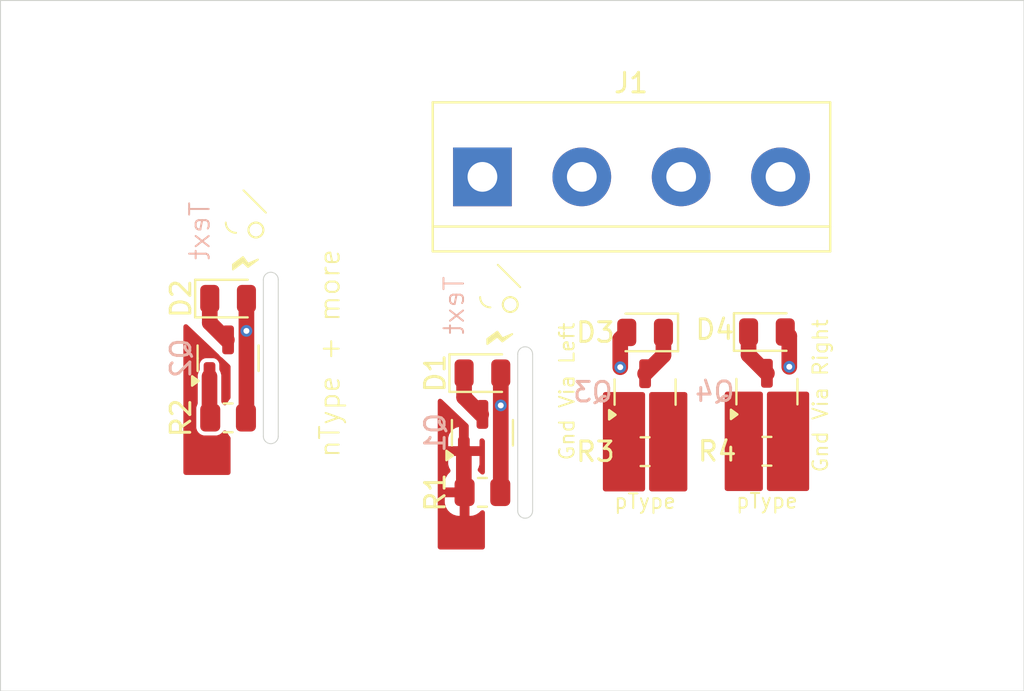
<source format=kicad_pcb>
(kicad_pcb (version 20240108) (generator "pcbnew") (generator_version "8.0")
  (layers (0 "F.Cu" signal) (31 "B.Cu" signal) (34 "B.Paste" user) (35 "F.Paste" user) (36 "B.SilkS" user "B.Silkscreen") (37 "F.SilkS" user "F.Silkscreen") (38 "B.Mask" user) (39 "F.Mask" user) (44 "Edge.Cuts" user))
  (net 0 "")
  (net 1 "GND")
  (net 2 "/nType/Output")
  (net 3 "/pTypeB/Output")
  (net 4 "/pTypeA/Output")
  (net 5 "/Input")
  (net 6 "VDC")
  (net 7 "/nTypeA/Output")
  (net 8 "/nTypeA/Input")
  (footprint "Package_TO_SOT_SMD:SOT-23" (layer "F.Cu") (at 104.963 46.0525 90)
    (property "Reference" "Q3" (at 0 -2.667 0) (layer "B.SilkS") (effects (justify mirror)))
    (property "Value" "BC807")
    (fp_line (start 0 -1.56) (end 0.65 -1.56) (stroke (width 0.12)) (layer "F.SilkS"))
    (fp_line (start 0 -1.56) (end -0.65 -1.56) (stroke (width 0.12)) (layer "F.SilkS"))
    (fp_line (start 0 1.56) (end 0.65 1.56) (stroke (width 0.12)) (layer "F.SilkS"))
    (fp_line (start 0 1.56) (end -0.65 1.56) (stroke (width 0.12)) (layer "F.SilkS"))
    (fp_poly (pts (xy -1.1625 -1.51) (xy -1.4025 -1.84) (xy -0.9225 -1.84) (xy -1.1625 -1.51)) (stroke (width 0.12)) (fill solid) (layer "F.SilkS"))
    (pad "1" smd roundrect (at -0.9375 -0.95 90) (size 1.475 0.6) (layers "F.Cu" "F.Paste" "F.Mask") (net 2 "/nType/Output"))
    (pad "2" smd roundrect (at -0.9375 0.95 90) (size 1.475 0.6) (layers "F.Cu" "F.Paste" "F.Mask") (net 6 "VDC"))
    (pad "3" smd roundrect (at 0.9375 0 90) (size 1.475 0.6) (layers "F.Cu" "F.Paste" "F.Mask") (net 3 "/pTypeB/Output"))
  )
  (footprint "Resistor_SMD:R_0805_2012Metric" (layer "F.Cu") (at 96.647 51.181)
    (property "Reference" "R1" (at -2.413 0 -90) (layer "F.SilkS"))
    (property "Value" "10k")
    (fp_line (start -0.227064 -0.735) (end 0.227064 -0.735) (stroke (width 0.12)) (layer "F.SilkS"))
    (fp_line (start -0.227064 0.735) (end 0.227064 0.735) (stroke (width 0.12)) (layer "F.SilkS"))
    (pad "1" smd roundrect (at -0.9125 0) (size 1.025 1.4) (layers "F.Cu" "F.Paste" "F.Mask") (roundrect_rratio 0.243902) (net 5 "/Input"))
    (pad "2" smd roundrect (at 0.9125 0) (size 1.025 1.4) (layers "F.Cu" "F.Paste" "F.Mask") (roundrect_rratio 0.243902) (net 1 "GND"))
  )
  (footprint "Package_TO_SOT_SMD:SOT-23" (layer "F.Cu") (at 83.644499 44.323 90)
    (property "Reference" "Q2" (at 0 -2.413 90) (layer "B.SilkS") (effects (justify mirror)))
    (property "Value" "MMBT2222A")
    (fp_line (start 0 -1.56) (end 0.65 -1.56) (stroke (width 0.12)) (layer "F.SilkS"))
    (fp_line (start 0 -1.56) (end -0.65 -1.56) (stroke (width 0.12)) (layer "F.SilkS"))
    (fp_line (start 0 1.56) (end 0.65 1.56) (stroke (width 0.12)) (layer "F.SilkS"))
    (fp_line (start 0 1.56) (end -0.65 1.56) (stroke (width 0.12)) (layer "F.SilkS"))
    (fp_poly (pts (xy -1.1625 -1.51) (xy -1.4025 -1.84) (xy -0.9225 -1.84) (xy -1.1625 -1.51)) (stroke (width 0.12)) (fill solid) (layer "F.SilkS"))
    (pad "1" smd roundrect (at -0.9375 -0.95 90) (size 1.475 0.6) (layers "F.Cu" "F.Paste" "F.Mask") (net 8 "/nTypeA/Input"))
    (pad "2" smd roundrect (at -0.9375 0.95 90) (size 1.475 0.6) (layers "F.Cu" "F.Paste" "F.Mask") (net 1 "GND"))
    (pad "3" smd roundrect (at 0.9375 0 90) (size 1.475 0.6) (layers "F.Cu" "F.Paste" "F.Mask") (net 7 "/nTypeA/Output"))
  )
  (footprint "Package_TO_SOT_SMD:SOT-23" (layer "F.Cu") (at 111.191 46.032 90)
    (property "Reference" "Q4" (at 0 -2.667 0) (layer "B.SilkS") (effects (justify mirror)))
    (property "Value" "BC807")
    (fp_line (start 0 -1.56) (end 0.65 -1.56) (stroke (width 0.12)) (layer "F.SilkS"))
    (fp_line (start 0 -1.56) (end -0.65 -1.56) (stroke (width 0.12)) (layer "F.SilkS"))
    (fp_line (start 0 1.56) (end 0.65 1.56) (stroke (width 0.12)) (layer "F.SilkS"))
    (fp_line (start 0 1.56) (end -0.65 1.56) (stroke (width 0.12)) (layer "F.SilkS"))
    (fp_poly (pts (xy -1.1625 -1.51) (xy -1.4025 -1.84) (xy -0.9225 -1.84) (xy -1.1625 -1.51)) (stroke (width 0.12)) (fill solid) (layer "F.SilkS"))
    (pad "1" smd roundrect (at -0.9375 -0.95 90) (size 1.475 0.6) (layers "F.Cu" "F.Paste" "F.Mask") (net 2 "/nType/Output"))
    (pad "2" smd roundrect (at -0.9375 0.95 90) (size 1.475 0.6) (layers "F.Cu" "F.Paste" "F.Mask") (net 6 "VDC"))
    (pad "3" smd roundrect (at 0.9375 0 90) (size 1.475 0.6) (layers "F.Cu" "F.Paste" "F.Mask") (net 4 "/pTypeA/Output"))
  )
  (footprint "Diode_SMD:D_0805_2012Metric" (layer "F.Cu") (at 111.191 42.984)
    (property "Reference" "D4" (at -2.667 -0.127 0) (layer "F.SilkS"))
    (property "Value" "D_Schottky_Small")
    (fp_line (start -1.685 -0.96) (end -1.685 0.96) (stroke (width 0.12)) (layer "F.SilkS"))
    (fp_line (start -1.685 0.96) (end 1 0.96) (stroke (width 0.12)) (layer "F.SilkS"))
    (fp_line (start 1 -0.96) (end -1.685 -0.96) (stroke (width 0.12)) (layer "F.SilkS"))
    (pad "1" smd roundrect (at -0.9375 0) (size 0.975 1.4) (layers "F.Cu" "F.Paste" "F.Mask") (net 4 "/pTypeA/Output"))
    (pad "2" smd roundrect (at 0.9375 0) (size 0.975 1.4) (layers "F.Cu" "F.Paste" "F.Mask") (net 1 "GND"))
  )
  (footprint "TerminalBlock:TerminalBlock_bornier-4_P5.08mm" (layer "F.Cu") (at 96.647 35.052)
    (property "Reference" "J1" (at 7.6 -4.8 0) (layer "F.SilkS"))
    (property "Value" "Screw_Terminal_01x04")
    (fp_line (start -2.54 -3.81) (end -2.54 3.81) (stroke (width 0.12)) (layer "F.SilkS"))
    (fp_line (start -2.54 -3.81) (end 17.78 -3.81) (stroke (width 0.12)) (layer "F.SilkS"))
    (fp_line (start -2.54 3.81) (end 17.78 3.81) (stroke (width 0.12)) (layer "F.SilkS"))
    (fp_line (start 17.78 2.54) (end -2.54 2.54) (stroke (width 0.12)) (layer "F.SilkS"))
    (fp_line (start 17.78 3.81) (end 17.78 -3.81) (stroke (width 0.12)) (layer "F.SilkS"))
    (pad "1" thru_hole rect (at 0 0) (size 3 3) (drill 1.52) (layers "*.Cu" "*.Mask") (net 3 "/pTypeB/Output"))
    (pad "2" thru_hole circle (at 5.08 0) (size 3 3) (drill 1.52) (layers "*.Cu" "*.Mask") (net 2 "/nType/Output"))
    (pad "3" thru_hole circle (at 10.16 0) (size 3 3) (drill 1.52) (layers "*.Cu" "*.Mask") (net 4 "/pTypeA/Output"))
    (pad "4" thru_hole circle (at 15.24 0) (size 3 3) (drill 1.52) (layers "*.Cu" "*.Mask") (net 1 "GND"))
  )
  (footprint "Diode_SMD:D_0805_2012Metric" (layer "F.Cu") (at 104.963 43.0045 180)
    (property "Reference" "D3" (at 2.54 0 180) (layer "F.SilkS"))
    (property "Value" "D_Schottky_Small")
    (fp_line (start 1 -0.96) (end -1.685 -0.96) (stroke (width 0.12)) (layer "F.SilkS"))
    (fp_line (start -1.685 0.96) (end 1 0.96) (stroke (width 0.12)) (layer "F.SilkS"))
    (fp_line (start -1.685 -0.96) (end -1.685 0.96) (stroke (width 0.12)) (layer "F.SilkS"))
    (pad "1" smd roundrect (at -0.9375 0 180) (size 0.975 1.4) (layers "F.Cu" "F.Paste" "F.Mask") (net 3 "/pTypeB/Output"))
    (pad "2" smd roundrect (at 0.9375 0 180) (size 0.975 1.4) (layers "F.Cu" "F.Paste" "F.Mask") (net 1 "GND"))
  )
  (footprint "Package_TO_SOT_SMD:SOT-23" (layer "F.Cu") (at 96.647 48.133 90)
    (property "Reference" "Q1" (at 0 -2.413 90) (layer "B.SilkS") (effects (justify mirror)))
    (property "Value" "MMBT2222A")
    (fp_line (start 0 -1.56) (end 0.65 -1.56) (stroke (width 0.12)) (layer "F.SilkS"))
    (fp_line (start 0 -1.56) (end -0.65 -1.56) (stroke (width 0.12)) (layer "F.SilkS"))
    (fp_line (start 0 1.56) (end 0.65 1.56) (stroke (width 0.12)) (layer "F.SilkS"))
    (fp_line (start 0 1.56) (end -0.65 1.56) (stroke (width 0.12)) (layer "F.SilkS"))
    (fp_poly (pts (xy -1.1625 -1.51) (xy -1.4025 -1.84) (xy -0.9225 -1.84) (xy -1.1625 -1.51)) (stroke (width 0.12)) (fill solid) (layer "F.SilkS"))
    (pad "1" smd roundrect (at -0.9375 -0.95 90) (size 1.475 0.6) (layers "F.Cu" "F.Paste" "F.Mask") (net 5 "/Input"))
    (pad "2" smd roundrect (at -0.9375 0.95 90) (size 1.475 0.6) (layers "F.Cu" "F.Paste" "F.Mask") (net 1 "GND"))
    (pad "3" smd roundrect (at 0.9375 0 90) (size 1.475 0.6) (layers "F.Cu" "F.Paste" "F.Mask") (net 2 "/nType/Output"))
  )
  (footprint "Resistor_SMD:R_0805_2012Metric" (layer "F.Cu") (at 104.963 49.1005 180)
    (property "Reference" "R3" (at 2.54 0 180) (layer "F.SilkS"))
    (property "Value" "10k")
    (fp_line (start -0.227064 0.735) (end 0.227064 0.735) (stroke (width 0.12)) (layer "F.SilkS"))
    (fp_line (start -0.227064 -0.735) (end 0.227064 -0.735) (stroke (width 0.12)) (layer "F.SilkS"))
    (pad "1" smd roundrect (at -0.9125 0 180) (size 1.025 1.4) (layers "F.Cu" "F.Paste" "F.Mask") (roundrect_rratio 0.243902) (net 6 "VDC"))
    (pad "2" smd roundrect (at 0.9125 0 180) (size 1.025 1.4) (layers "F.Cu" "F.Paste" "F.Mask") (roundrect_rratio 0.243902) (net 2 "/nType/Output"))
  )
  (footprint "Resistor_SMD:R_0805_2012Metric" (layer "F.Cu") (at 111.191 49.08 180)
    (property "Reference" "R4" (at 2.54 0 180) (layer "F.SilkS"))
    (property "Value" "10k")
    (fp_line (start -0.227064 0.735) (end 0.227064 0.735) (stroke (width 0.12)) (layer "F.SilkS"))
    (fp_line (start -0.227064 -0.735) (end 0.227064 -0.735) (stroke (width 0.12)) (layer "F.SilkS"))
    (pad "1" smd roundrect (at -0.9125 0 180) (size 1.025 1.4) (layers "F.Cu" "F.Paste" "F.Mask") (roundrect_rratio 0.243902) (net 6 "VDC"))
    (pad "2" smd roundrect (at 0.9125 0 180) (size 1.025 1.4) (layers "F.Cu" "F.Paste" "F.Mask") (roundrect_rratio 0.243902) (net 2 "/nType/Output"))
  )
  (footprint "Resistor_SMD:R_0805_2012Metric" (layer "F.Cu") (at 83.644499 47.371)
    (property "Reference" "R2" (at -2.413 0 -90) (layer "F.SilkS"))
    (property "Value" "10k")
    (fp_line (start -0.227064 -0.735) (end 0.227064 -0.735) (stroke (width 0.12)) (layer "F.SilkS"))
    (fp_line (start -0.227064 0.735) (end 0.227064 0.735) (stroke (width 0.12)) (layer "F.SilkS"))
    (pad "1" smd roundrect (at -0.9125 0) (size 1.025 1.4) (layers "F.Cu" "F.Paste" "F.Mask") (roundrect_rratio 0.243902) (net 8 "/nTypeA/Input"))
    (pad "2" smd roundrect (at 0.9125 0) (size 1.025 1.4) (layers "F.Cu" "F.Paste" "F.Mask") (roundrect_rratio 0.243902) (net 1 "GND"))
  )
  (footprint "Diode_SMD:D_0805_2012Metric" (layer "F.Cu") (at 83.644499 41.275)
    (property "Reference" "D2" (at -2.413 0 -90) (layer "F.SilkS"))
    (property "Value" "D_Schottky_Small")
    (fp_line (start -1.685 -0.96) (end -1.685 0.96) (stroke (width 0.12)) (layer "F.SilkS"))
    (fp_line (start -1.685 0.96) (end 1 0.96) (stroke (width 0.12)) (layer "F.SilkS"))
    (fp_line (start 1 -0.96) (end -1.685 -0.96) (stroke (width 0.12)) (layer "F.SilkS"))
    (pad "1" smd roundrect (at -0.9375 0) (size 0.975 1.4) (layers "F.Cu" "F.Paste" "F.Mask") (net 7 "/nTypeA/Output"))
    (pad "2" smd roundrect (at 0.9375 0) (size 0.975 1.4) (layers "F.Cu" "F.Paste" "F.Mask") (net 1 "GND"))
  )
  (footprint "Diode_SMD:D_0805_2012Metric" (layer "F.Cu") (at 96.647 45.085)
    (property "Reference" "D1" (at -2.413 0 -90) (layer "F.SilkS"))
    (property "Value" "D_Schottky_Small")
    (fp_line (start -1.685 -0.96) (end -1.685 0.96) (stroke (width 0.12)) (layer "F.SilkS"))
    (fp_line (start -1.685 0.96) (end 1 0.96) (stroke (width 0.12)) (layer "F.SilkS"))
    (fp_line (start 1 -0.96) (end -1.685 -0.96) (stroke (width 0.12)) (layer "F.SilkS"))
    (pad "1" smd roundrect (at -0.9375 0) (size 0.975 1.4) (layers "F.Cu" "F.Paste" "F.Mask") (net 2 "/nType/Output"))
    (pad "2" smd roundrect (at 0.9375 0) (size 0.975 1.4) (layers "F.Cu" "F.Paste" "F.Mask") (net 1 "GND"))
  )
  (gr_circle (center 85.066899 37.7698) (end 84.685899 37.7698) (stroke (width 0.1)) (fill none) (layer "F.SilkS"))
  (gr_line (start 97.4344 39.5478) (end 98.5774 40.6908) (stroke (width 0.1)) (layer "F.SilkS"))
  (gr_circle (center 85.066899 37.7698) (end 84.685899 37.7698) (stroke (width 0.1)) (fill none) (layer "F.SilkS"))
  (gr_circle (center 98.0694 41.5798) (end 97.6884 41.5798) (stroke (width 0.1)) (fill none) (layer "F.SilkS"))
  (gr_arc (start 84.050899 37.912434) (mid 83.680634 37.759065) (end 83.527265 37.3888) (stroke (width 0.1)) (layer "F.SilkS"))
  (gr_arc (start 97.0534 41.722434) (mid 96.683135 41.569065) (end 96.529766 41.1988) (stroke (width 0.1)) (layer "F.SilkS"))
  (gr_circle (center 98.0694 41.5798) (end 97.6884 41.5798) (stroke (width 0.1)) (fill none) (layer "F.SilkS"))
  (gr_poly (pts (xy 96.898188 43.597349) (xy 97.406188 43.216349) (xy 97.665379 43.465158) (xy 98.168188 43.089349) (xy 97.663 43.307) (xy 97.409415 42.965576) (xy 96.898188 43.343349)) (stroke (width 0.1)) (fill solid) (layer "F.SilkS"))
  (gr_poly (pts (xy 83.895687 39.787349) (xy 84.403687 39.406349) (xy 84.662878 39.655158) (xy 85.165687 39.279349) (xy 84.660499 39.497) (xy 84.406914 39.155576) (xy 83.895687 39.533349)) (stroke (width 0.1)) (fill solid) (layer "F.SilkS"))
  (gr_line (start 84.431899 35.7378) (end 85.574899 36.8808) (stroke (width 0.1)) (layer "F.SilkS"))
  (gr_arc (start 99.2124 52.1208) (mid 98.8314 52.5018) (end 98.4504 52.1208) (stroke (width 0.05)) (layer "Edge.Cuts"))
  (gr_rect (start 72.009 26.035) (end 124.333 61.341) (stroke (width 0.05)) (fill none) (layer "Edge.Cuts"))
  (gr_line (start 86.209899 40.3098) (end 86.209899 48.3108) (stroke (width 0.05)) (layer "Edge.Cuts"))
  (gr_line (start 99.2124 44.1198) (end 99.2124 52.1208) (stroke (width 0.05)) (layer "Edge.Cuts"))
  (gr_arc (start 85.447899 40.3098) (mid 85.828899 39.9288) (end 86.209899 40.3098) (stroke (width 0.05)) (layer "Edge.Cuts"))
  (gr_arc (start 98.4504 44.1198) (mid 98.8314 43.7388) (end 99.2124 44.1198) (stroke (width 0.05)) (layer "Edge.Cuts"))
  (gr_arc (start 86.209899 48.3108) (mid 85.828899 48.6918) (end 85.447899 48.3108) (stroke (width 0.05)) (layer "Edge.Cuts"))
  (gr_line (start 85.447899 48.3108) (end 85.447899 40.3098) (stroke (width 0.05)) (layer "Edge.Cuts"))
  (gr_line (start 98.4504 52.1208) (end 98.4504 44.1198) (stroke (width 0.05)) (layer "Edge.Cuts"))
  (gr_text "Text" (at 95.7834 40.0558 90) (layer "B.SilkS") (effects (font (size 1 1) (thickness 0.1)) (justify left bottom mirror)))
  (gr_text "Text" (at 82.780899 36.2458 90) (layer "B.SilkS") (effects (font (size 1 1) (thickness 0.1)) (justify left bottom mirror)))
  (gr_text "pType" (at 111.191 51.62 0) (layer "F.SilkS") (effects (font (size 0.75 0.75) (thickness 0.1))))
  (gr_text "nType + more\n" (at 89.425499 49.472 90) (layer "F.SilkS") (effects (font (size 1 1) (thickness 0.1)) (justify left bottom)))
  (gr_text "Gnd Via Right" (at 114.366 50.223 90) (layer "F.SilkS") (effects (font (size 0.75 0.75) (thickness 0.1)) (justify left bottom)))
  (gr_text "pType" (at 104.963 51.6405 0) (layer "F.SilkS") (effects (font (size 0.75 0.75) (thickness 0.1))))
  (gr_text "Gnd Via Left" (at 101.407 49.6085 90) (layer "F.SilkS") (effects (font (size 0.75 0.75) (thickness 0.1)) (justify left bottom)))
  (segment (start 84.582 41.275) (end 84.582 47.345999) (width 0.8) (layer "F.Cu") (net 1))
  (segment (start 103.693 44.7825) (end 103.693 43.337) (width 0.8) (layer "F.Cu") (net 1))
  (segment (start 97.584501 45.085) (end 97.584501 51.155999) (width 0.8) (layer "F.Cu") (net 1))
  (segment (start 112.334 43.1895) (end 112.1285 42.984) (width 0.8) (layer "F.Cu") (net 1))
  (segment (start 97.584501 51.155999) (end 97.5595 51.181) (width 0.8) (layer "F.Cu") (net 1))
  (segment (start 103.693 43.337) (end 104.0255 43.0045) (width 0.8) (layer "F.Cu") (net 1))
  (segment (start 84.582 47.345999) (end 84.556999 47.371) (width 0.8) (layer "F.Cu") (net 1))
  (segment (start 112.334 44.762) (end 112.334 43.1895) (width 0.8) (layer "F.Cu") (net 1))
  (via (at 103.693 44.7825) (size 0.6) (drill 0.3) (layers "F.Cu" "B.Cu") (net 1))
  (via (at 97.584501 46.736) (size 0.6) (drill 0.3) (layers "F.Cu" "B.Cu") (net 1))
  (via (at 84.582 42.926) (size 0.6) (drill 0.3) (layers "F.Cu" "B.Cu") (net 1))
  (via (at 112.334 44.762) (size 0.6) (drill 0.3) (layers "F.Cu" "B.Cu") (net 1))
  (segment (start 110.241 46.9695) (end 110.241 49.0425) (width 0.8) (layer "F.Cu") (net 2))
  (segment (start 95.709499 45.085) (end 95.709499 46.320498) (width 0.8) (layer "F.Cu") (net 2))
  (segment (start 104.013 49.063) (end 104.0505 49.1005) (width 0.8) (layer "F.Cu") (net 2))
  (segment (start 104.013 46.99) (end 104.013 49.063) (width 0.8) (layer "F.Cu") (net 2))
  (segment (start 110.241 49.0425) (end 110.2785 49.08) (width 0.8) (layer "F.Cu") (net 2))
  (segment (start 95.709499 46.320498) (end 96.584501 47.1955) (width 0.8) (layer "F.Cu") (net 2))
  (segment (start 105.9005 44.1775) (end 104.963 45.115) (width 0.8) (layer "F.Cu") (net 3))
  (segment (start 105.9005 43.0045) (end 105.9005 44.1775) (width 0.8) (layer "F.Cu") (net 3))
  (segment (start 110.2535 44.157) (end 111.191 45.0945) (width 0.8) (layer "F.Cu") (net 4))
  (segment (start 110.2535 42.984) (end 110.2535 44.157) (width 0.8) (layer "F.Cu") (net 4))
  (segment (start 95.697 49.0705) (end 95.697 51.1435) (width 0.8) (layer "F.Cu") (net 5))
  (segment (start 95.697 51.1435) (end 95.7345 51.181) (width 0.8) (layer "F.Cu") (net 5))
  (segment (start 105.913 49.063) (end 105.8755 49.1005) (width 0.8) (layer "F.Cu") (net 6))
  (segment (start 105.913 46.99) (end 105.913 49.063) (width 0.8) (layer "F.Cu") (net 6))
  (segment (start 112.141 49.0425) (end 112.1035 49.08) (width 0.8) (layer "F.Cu") (net 6))
  (segment (start 112.141 46.9695) (end 112.141 49.0425) (width 0.8) (layer "F.Cu") (net 6))
  (segment (start 82.706998 41.275) (end 82.706998 42.510498) (width 0.8) (layer "F.Cu") (net 7))
  (segment (start 82.706998 42.510498) (end 83.582 43.3855) (width 0.8) (layer "F.Cu") (net 7))
  (segment (start 82.694499 45.2605) (end 82.694499 47.3335) (width 0.8) (layer "F.Cu") (net 8))
  (segment (start 82.694499 47.3335) (end 82.731999 47.371) (width 0.8) (layer "F.Cu") (net 8))
  (zone (net 2) (net_name "/nType/Output") (layer "F.Cu") (connect_pads yes (clearance 0)) (min_thickness 0.25) (fill yes (thermal_gap 0.5) (thermal_bridge_width 0.5))
    (polygon (pts (xy 109.032 51.112) (xy 109.032 46.032) (xy 111.191 46.032) (xy 111.191 51.112)))
  )
  (zone (net 5) (net_name "/Input") (layer "F.Cu") (priority 3) (connect_pads (clearance 0)) (min_thickness 0.25) (fill yes (thermal_gap 0.5) (thermal_bridge_width 0.5))
    (polygon (pts (xy 94.361 54.102) (xy 94.361 46.228) (xy 96.774 48.514) (xy 96.774 54.102)))
  )
  (zone (net 6) (net_name "VDC") (layer "F.Cu") (connect_pads yes (clearance 0)) (min_thickness 0.25) (fill yes (thermal_gap 0.5) (thermal_bridge_width 0.5))
    (polygon (pts (xy 111.191 51.112) (xy 111.191 46.032) (xy 113.35 46.032) (xy 113.35 51.112)))
  )
  (zone (net 6) (net_name "VDC") (layer "F.Cu") (connect_pads yes (clearance 0)) (min_thickness 0.25) (fill yes (thermal_gap 0.5) (thermal_bridge_width 0.5))
    (polygon (pts (xy 104.963 51.1325) (xy 104.963 46.0525) (xy 107.122 46.0525) (xy 107.122 51.1325)))
  )
  (zone (net 2) (net_name "/nType/Output") (layer "F.Cu") (connect_pads yes (clearance 0)) (min_thickness 0.25) (fill yes (thermal_gap 0.5) (thermal_bridge_width 0.5))
    (polygon (pts (xy 102.804 51.1325) (xy 102.804 46.0525) (xy 104.963 46.0525) (xy 104.963 51.1325)))
  )
  (zone (net 1) (net_name "GND") (layer "F.Cu") (priority 3) (connect_pads (clearance 0)) (min_thickness 0.25) (fill yes (thermal_gap 0.5) (thermal_bridge_width 0.5))
    (polygon (pts (xy 81.358499 50.292) (xy 81.358499 42.418) (xy 83.771499 44.704) (xy 83.771499 50.292)))
  )
)
</source>
